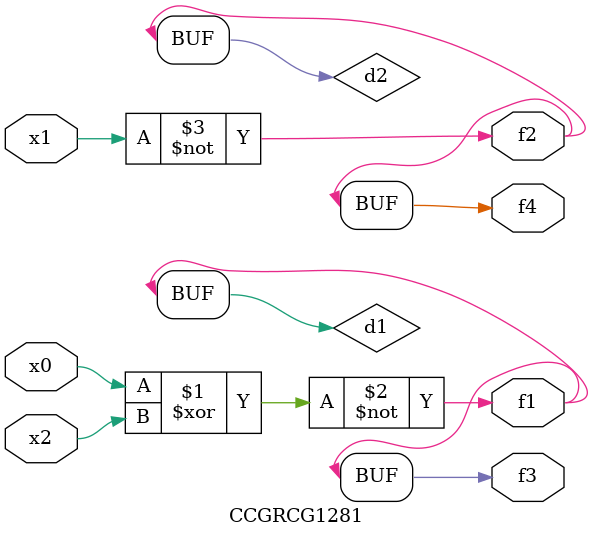
<source format=v>
module CCGRCG1281(
	input x0, x1, x2,
	output f1, f2, f3, f4
);

	wire d1, d2, d3;

	xnor (d1, x0, x2);
	nand (d2, x1);
	nor (d3, x1, x2);
	assign f1 = d1;
	assign f2 = d2;
	assign f3 = d1;
	assign f4 = d2;
endmodule

</source>
